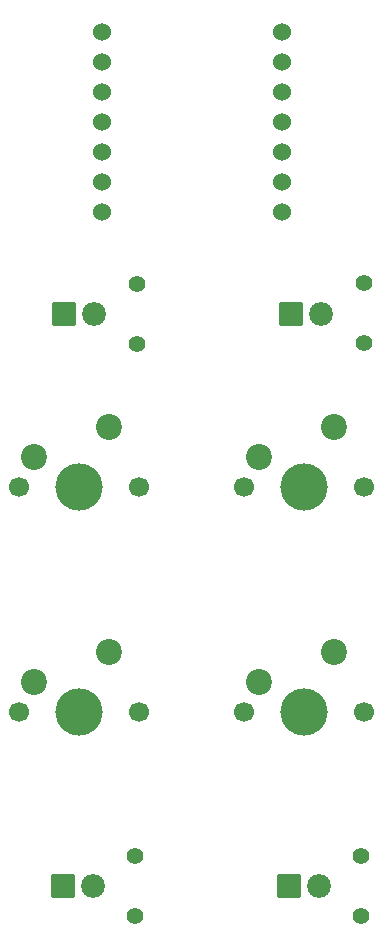
<source format=gbr>
%TF.GenerationSoftware,KiCad,Pcbnew,9.0.2*%
%TF.CreationDate,2025-08-01T17:29:50-07:00*%
%TF.ProjectId,jp21_pathfinder,6a703231-5f70-4617-9468-66696e646572,rev?*%
%TF.SameCoordinates,Original*%
%TF.FileFunction,Soldermask,Bot*%
%TF.FilePolarity,Negative*%
%FSLAX46Y46*%
G04 Gerber Fmt 4.6, Leading zero omitted, Abs format (unit mm)*
G04 Created by KiCad (PCBNEW 9.0.2) date 2025-08-01 17:29:50*
%MOMM*%
%LPD*%
G01*
G04 APERTURE LIST*
G04 Aperture macros list*
%AMRoundRect*
0 Rectangle with rounded corners*
0 $1 Rounding radius*
0 $2 $3 $4 $5 $6 $7 $8 $9 X,Y pos of 4 corners*
0 Add a 4 corners polygon primitive as box body*
4,1,4,$2,$3,$4,$5,$6,$7,$8,$9,$2,$3,0*
0 Add four circle primitives for the rounded corners*
1,1,$1+$1,$2,$3*
1,1,$1+$1,$4,$5*
1,1,$1+$1,$6,$7*
1,1,$1+$1,$8,$9*
0 Add four rect primitives between the rounded corners*
20,1,$1+$1,$2,$3,$4,$5,0*
20,1,$1+$1,$4,$5,$6,$7,0*
20,1,$1+$1,$6,$7,$8,$9,0*
20,1,$1+$1,$8,$9,$2,$3,0*%
G04 Aperture macros list end*
%ADD10C,1.700000*%
%ADD11C,4.000000*%
%ADD12C,2.200000*%
%ADD13C,1.524000*%
%ADD14C,2.019000*%
%ADD15RoundRect,0.102000X-0.907500X-0.907500X0.907500X-0.907500X0.907500X0.907500X-0.907500X0.907500X0*%
%ADD16C,1.400000*%
G04 APERTURE END LIST*
D10*
%TO.C,SW3*%
X128380000Y-119910000D03*
D11*
X133460000Y-119910000D03*
D10*
X138540000Y-119910000D03*
D12*
X136000000Y-114830000D03*
X129650000Y-117370000D03*
%TD*%
D10*
%TO.C,SW4*%
X147430000Y-119910000D03*
D11*
X152510000Y-119910000D03*
D10*
X157590000Y-119910000D03*
D12*
X155050000Y-114830000D03*
X148700000Y-117370000D03*
%TD*%
D10*
%TO.C,SW2*%
X147430000Y-100860000D03*
D11*
X152510000Y-100860000D03*
D10*
X157590000Y-100860000D03*
D12*
X155050000Y-95780000D03*
X148700000Y-98320000D03*
%TD*%
D10*
%TO.C,SW1*%
X128380000Y-100860000D03*
D11*
X133460000Y-100860000D03*
D10*
X138540000Y-100860000D03*
D12*
X136000000Y-95780000D03*
X129650000Y-98320000D03*
%TD*%
D13*
%TO.C,U1*%
X150601250Y-62312500D03*
X150601250Y-64852500D03*
X150601250Y-67392500D03*
X150601250Y-69932500D03*
X150601250Y-72472500D03*
X150601250Y-75012500D03*
X150601250Y-77552500D03*
X135361250Y-77552500D03*
X135361250Y-75012500D03*
X135361250Y-72472500D03*
X135361250Y-69932500D03*
X135361250Y-67392500D03*
X135361250Y-64852500D03*
X135361250Y-62312500D03*
%TD*%
D14*
%TO.C,D1*%
X134731250Y-86222500D03*
D15*
X132191250Y-86222500D03*
%TD*%
D14*
%TO.C,D2*%
X153931250Y-86222500D03*
D15*
X151391250Y-86222500D03*
%TD*%
D16*
%TO.C,R4*%
X157361250Y-132122500D03*
X157361250Y-137202500D03*
%TD*%
%TO.C,R3*%
X138161250Y-132082500D03*
X138161250Y-137162500D03*
%TD*%
%TO.C,R2*%
X157561250Y-83582500D03*
X157561250Y-88662500D03*
%TD*%
%TO.C,R1*%
X138361250Y-83682500D03*
X138361250Y-88762500D03*
%TD*%
D15*
%TO.C,D4*%
X151261250Y-134622500D03*
D14*
X153801250Y-134622500D03*
%TD*%
D15*
%TO.C,D3*%
X132091250Y-134622500D03*
D14*
X134631250Y-134622500D03*
%TD*%
M02*

</source>
